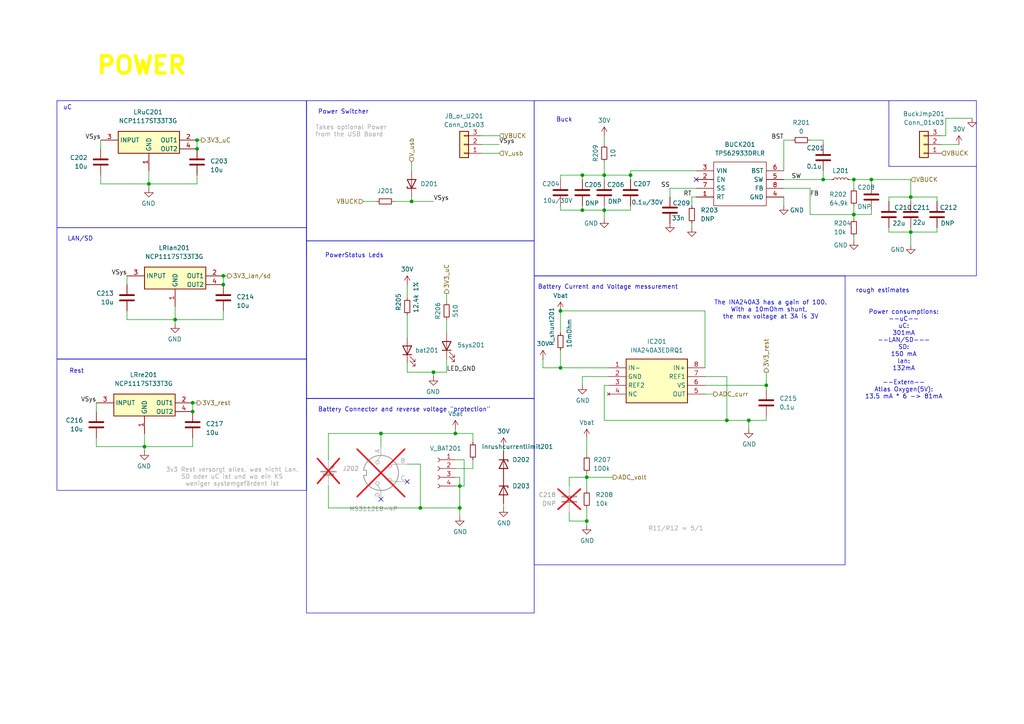
<source format=kicad_sch>
(kicad_sch (version 20231120) (generator "eeschema") (generator_version "8.0")
  (paper "A4")
  (lib_symbols
    (symbol "SamacSys_Parts:INA240A3EDRQ1"
      (property "Reference" "IC" (at 24.13 7.62 0))
      (property "Value" "INA240A3EDRQ1" (at 24.13 5.08 0))
      (symbol "INA240A3EDRQ1_1_1"
        (rectangle (start 5.08 2.54) (end 22.86 -10.16) (stroke (width 0.254)) (fill (type background)))
        (pin passive line (at 0 0 0) (length 5.08) (name "IN-") (number "1"))
        (pin passive line (at 0 -2.54 0) (length 5.08) (name "GND") (number "2"))
        (pin passive line (at 0 -5.08 0) (length 5.08) (name "REF2") (number "3"))
        (pin no_connect line (at 0 -7.62 0) (length 5.08) (name "NC") (number "4"))
        (pin passive line (at 27.94 -7.62 180) (length 5.08) (name "OUT") (number "5"))
        (pin passive line (at 27.94 -5.08 180) (length 5.08) (name "VS") (number "6"))
        (pin passive line (at 27.94 -2.54 180) (length 5.08) (name "REF1") (number "7"))
        (pin passive line (at 27.94 0 180) (length 5.08) (name "IN+") (number "8"))
      )
    )
    (symbol "SymbolsBalloonv4:+28V" (power) (pin_numbers hide) (pin_names (offset 0) hide)
      (property "Value" "+28V" (at 0 3.556 0))
      (symbol "+28V_0_1"
        (polyline (pts (xy -0.762 1.27) (xy 0 2.54)))
        (polyline (pts (xy 0 0) (xy 0 2.54)))
        (polyline (pts (xy 0 2.54) (xy 0.762 1.27)))
      )
      (symbol "+28V_1_1"
        (pin power_in line (at 0 0 90) (length 0) (name "~") (number "1"))
      )
    )
    (symbol "SymbolsBalloonv4:Battery_Cell" (pin_numbers hide) (pin_names (offset 0) hide)
      (property "Reference" "BT" (at 2.54 2.54 0))
      (property "Value" "Battery_Cell" (at 2.54 0 0))
      (symbol "Battery_Cell_0_1"
        (rectangle (start -2.286 1.778) (end 2.286 1.524) (fill (type outline)))
        (rectangle (start -1.524 1.016) (end 1.524 0.508) (fill (type outline)))
        (polyline (pts (xy 0 0.762) (xy 0 0)))
        (polyline (pts (xy 0 1.778) (xy 0 2.54)))
        (polyline (pts (xy 0.762 3.048) (xy 1.778 3.048)) (stroke (width 0.254)))
        (polyline (pts (xy 1.27 3.556) (xy 1.27 2.54)) (stroke (width 0.254)))
      )
      (symbol "Battery_Cell_1_1"
        (pin passive line (at 0 5.08 270) (length 2.54) (name "+") (number "1"))
        (pin passive line (at 0 -2.54 90) (length 2.54) (name "-") (number "2"))
      )
    )
    (symbol "SymbolsBalloonv4:C" (pin_numbers hide) (pin_names (offset 0.254))
      (property "Reference" "C" (at 0.635 2.54 0))
      (property "Value" "C" (at 0.635 -2.54 0))
      (symbol "C_0_1"
        (polyline (pts (xy -2.032 -0.762) (xy 2.032 -0.762)) (stroke (width 0.508)))
        (polyline (pts (xy -2.032 0.762) (xy 2.032 0.762)) (stroke (width 0.508)))
      )
      (symbol "C_1_1"
        (pin passive line (at 0 3.81 270) (length 2.794) (name "~") (number "1"))
        (pin passive line (at 0 -3.81 90) (length 2.794) (name "~") (number "2"))
      )
    )
    (symbol "SymbolsBalloonv4:Conn_01x03" (pin_names (offset 1.016) hide)
      (property "Reference" "J" (at 0 5.08 0))
      (property "Value" "Conn_01x03" (at 0 -5.08 0))
      (symbol "Conn_01x03_1_1"
        (rectangle (start -1.27 -2.413) (end 0 -2.667) (stroke (width 0.1524)))
        (rectangle (start -1.27 0.127) (end 0 -0.127) (stroke (width 0.1524)))
        (rectangle (start -1.27 2.667) (end 0 2.413) (stroke (width 0.1524)))
        (rectangle (start -1.27 3.81) (end 1.27 -3.81) (stroke (width 0.254)) (fill (type background)))
        (pin passive line (at -5.08 2.54 0) (length 3.81) (name "Pin_1") (number "1"))
        (pin passive line (at -5.08 0 0) (length 3.81) (name "Pin_2") (number "2"))
        (pin passive line (at -5.08 -2.54 0) (length 3.81) (name "Pin_3") (number "3"))
      )
    )
    (symbol "SymbolsBalloonv4:Conn_01x04_Socket" (pin_names (offset 1.016) hide)
      (property "Reference" "J" (at 0 5.08 0))
      (property "Value" "Conn_01x04_Socket" (at 0 -7.62 0))
      (symbol "Conn_01x04_Socket_1_1"
        (arc (start 0 -4.572) (mid -0.5058 -5.08) (end 0 -5.588) (stroke (width 0.1524)))
        (arc (start 0 -2.032) (mid -0.5058 -2.54) (end 0 -3.048) (stroke (width 0.1524)))
        (polyline (pts (xy -1.27 -5.08) (xy -0.508 -5.08)) (stroke (width 0.1524)))
        (polyline (pts (xy -1.27 -2.54) (xy -0.508 -2.54)) (stroke (width 0.1524)))
        (polyline (pts (xy -1.27 0) (xy -0.508 0)) (stroke (width 0.1524)))
        (polyline (pts (xy -1.27 2.54) (xy -0.508 2.54)) (stroke (width 0.1524)))
        (arc (start 0 0.508) (mid -0.5058 0) (end 0 -0.508) (stroke (width 0.1524)))
        (arc (start 0 3.048) (mid -0.5058 2.54) (end 0 2.032) (stroke (width 0.1524)))
        (pin passive line (at -5.08 2.54 0) (length 3.81) (name "Pin_1") (number "1"))
        (pin passive line (at -5.08 0 0) (length 3.81) (name "Pin_2") (number "2"))
        (pin passive line (at -5.08 -2.54 0) (length 3.81) (name "Pin_3") (number "3"))
        (pin passive line (at -5.08 -5.08 0) (length 3.81) (name "Pin_4") (number "4"))
      )
    )
    (symbol "SymbolsBalloonv4:DIN-4" (pin_names (offset 1.016))
      (property "Reference" "J0" (at -1.27 -6.35 90))
      (property "Value" "MS3112E8-4P " (at 10.414 5.842 90))
      (symbol "DIN-4_0_1"
        (arc (start -5.08 0) (mid -3.8609 -3.3364) (end -0.762 -5.08) (stroke (width 0.254)))
        (circle (center -3.048 -1.016) (radius 0.508))
        (circle (center -2.032 2.54) (radius 0.508))
        (polyline (pts (xy -3.556 -1.016) (xy -5.08 0)))
        (polyline (pts (xy 5.08 0) (xy 3.556 -1.016)))
        (polyline (pts (xy -2.54 5.08) (xy -2.54 4.318) (xy -2.286 3.048)))
        (polyline (pts (xy 2.54 5.08) (xy 2.54 4.318) (xy 2.286 3.048)))
        (polyline (pts (xy -0.762 -4.953) (xy -0.762 -4.191) (xy 0.762 -4.191) (xy 0.762 -4.953)) (stroke (width 0.254)))
        (arc (start 0.762 -5.08) (mid 3.8685 -3.343) (end 5.08 0) (stroke (width 0.254)))
        (circle (center 2.032 2.54) (radius 0.508))
        (circle (center 3.048 -1.016) (radius 0.508))
        (arc (start 5.08 0) (mid 0 5.0579) (end -5.08 0) (stroke (width 0.254)))
      )
      (symbol "DIN-4_1_1"
        (pin passive line (at -7.62 0 0) (length 2.54) (name "") (number "A"))
        (pin passive line (at -2.54 7.62 270) (length 2.54) (name "") (number "B"))
        (pin passive line (at 2.54 7.62 270) (length 2.54) (name "~") (number "C"))
        (pin passive line (at 7.62 0 180) (length 2.54) (name "~") (number "D"))
      )
    )
    (symbol "SymbolsBalloonv4:D_Zener" (pin_numbers hide) (pin_names (offset 1.016) hide)
      (property "Reference" "D" (at 0 2.54 0))
      (property "Value" "D_Zener" (at 0 -2.54 0))
      (symbol "D_Zener_0_1"
        (polyline (pts (xy 1.27 0) (xy -1.27 0)))
        (polyline (pts (xy -1.27 -1.27) (xy -1.27 1.27) (xy -0.762 1.27)) (stroke (width 0.254)))
        (polyline (pts (xy 1.27 -1.27) (xy 1.27 1.27) (xy -1.27 0) (xy 1.27 -1.27)) (stroke (width 0.254)))
      )
      (symbol "D_Zener_1_1"
        (pin passive line (at -3.81 0 0) (length 2.54) (name "K") (number "1"))
        (pin passive line (at 3.81 0 180) (length 2.54) (name "A") (number "2"))
      )
    )
    (symbol "SymbolsBalloonv4:GND" (power) (pin_numbers hide) (pin_names (offset 0) hide)
      (property "Value" "GND" (at 0 -3.81 0))
      (symbol "GND_0_1"
        (polyline (pts (xy 0 0) (xy 0 -1.27) (xy 1.27 -1.27) (xy 0 -2.54) (xy -1.27 -1.27) (xy 0 -1.27)))
      )
      (symbol "GND_1_1"
        (pin power_in line (at 0 0 270) (length 0) (name "~") (number "1"))
      )
    )
    (symbol "SymbolsBalloonv4:LED" (pin_numbers hide) (pin_names (offset 1.016) hide)
      (property "Reference" "D" (at 0 2.54 0))
      (property "Value" "LED" (at 0 -2.54 0))
      (symbol "LED_0_1"
        (polyline (pts (xy -1.27 -1.27) (xy -1.27 1.27)) (stroke (width 0.254)))
        (polyline (pts (xy -1.27 0) (xy 1.27 0)))
        (polyline (pts (xy 1.27 -1.27) (xy 1.27 1.27) (xy -1.27 0) (xy 1.27 -1.27)) (stroke (width 0.254)))
        (polyline (pts (xy -3.048 -0.762) (xy -4.572 -2.286) (xy -3.81 -2.286) (xy -4.572 -2.286) (xy -4.572 -1.524)))
        (polyline (pts (xy -1.778 -0.762) (xy -3.302 -2.286) (xy -2.54 -2.286) (xy -3.302 -2.286) (xy -3.302 -1.524)))
      )
      (symbol "LED_1_1"
        (pin passive line (at -3.81 0 0) (length 2.54) (name "K") (number "1"))
        (pin passive line (at 3.81 0 180) (length 2.54) (name "A") (number "2"))
      )
    )
    (symbol "SymbolsBalloonv4:L_Small" (pin_numbers hide) (pin_names (offset 0.254) hide)
      (property "Reference" "L" (at 0.762 1.016 0))
      (property "Value" "L_Small" (at 0.762 -1.016 0))
      (symbol "L_Small_0_1"
        (arc (start 0 -2.032) (mid 0.5058 -1.524) (end 0 -1.016))
        (arc (start 0 -1.016) (mid 0.5058 -0.508) (end 0 0))
        (arc (start 0 0) (mid 0.5058 0.508) (end 0 1.016))
        (arc (start 0 1.016) (mid 0.5058 1.524) (end 0 2.032))
      )
      (symbol "L_Small_1_1"
        (pin passive line (at 0 2.54 270) (length 0.508) (name "~") (number "1"))
        (pin passive line (at 0 -2.54 90) (length 0.508) (name "~") (number "2"))
      )
    )
    (symbol "SymbolsBalloonv4:NCP1117ST33T3G"
      (property "Reference" "IC12" (at 14.986 10.668 0))
      (property "Value" "NCP1117ST33T3G" (at 14.986 8.128 0))
      (symbol "NCP1117ST33T3G_1_1"
        (rectangle (start 6.35 5.08) (end 24.13 -1.27) (stroke (width 0.254)) (fill (type background)))
        (pin passive line (at 15.24 -6.35 90) (length 5.08) (name "GND") (number "1"))
        (pin passive line (at 29.21 2.54 180) (length 5.08) (name "OUT1") (number "2"))
        (pin passive line (at 1.27 2.54 0) (length 5.08) (name "INPUT") (number "3"))
        (pin passive line (at 29.21 0 180) (length 5.08) (name "OUT2") (number "4"))
      )
    )
    (symbol "SymbolsBalloonv4:R_Small" (pin_numbers hide) (pin_names (offset 0.254) hide)
      (property "Reference" "R" (at 0.762 0.508 0))
      (property "Value" "R_Small" (at 0.762 -1.016 0))
      (symbol "R_Small_0_1"
        (rectangle (start -0.762 1.778) (end 0.762 -1.778) (stroke (width 0.2032)))
      )
      (symbol "R_Small_1_1"
        (pin passive line (at 0 2.54 270) (length 0.762) (name "~") (number "1"))
        (pin passive line (at 0 -2.54 90) (length 0.762) (name "~") (number "2"))
      )
    )
    (symbol "SymbolsBalloonv4:TPS62933DRLR" (pin_names (offset 0.762))
      (property "Reference" "BUCK0" (at 12.7 7.62 0))
      (property "Value" "TPS62933DRLR" (at 12.7 5.08 0))
      (symbol "TPS62933DRLR_0_0"
        (pin passive line (at 0 -7.62 0) (length 5.08) (name "RT") (number "1"))
        (pin passive line (at 0 -2.54 0) (length 5.08) (name "EN") (number "2"))
        (pin passive line (at 0 0 0) (length 5.08) (name "VIN") (number "3"))
        (pin passive line (at 25.4 -7.62 180) (length 5.08) (name "GND") (number "4"))
        (pin passive line (at 25.4 -2.54 180) (length 5.08) (name "SW") (number "5"))
        (pin passive line (at 25.4 0 180) (length 5.08) (name "BST") (number "6"))
        (pin passive line (at 0 -5.08 0) (length 5.08) (name "SS") (number "7"))
        (pin passive line (at 25.4 -5.08 180) (length 5.08) (name "FB") (number "8"))
      )
      (symbol "TPS62933DRLR_0_1"
        (polyline (pts (xy 5.08 2.54) (xy 20.32 2.54) (xy 20.32 -10.16) (xy 5.08 -10.16) (xy 5.08 2.54)) (stroke (width 0.1524)))
      )
    )
  )
  (junction (at 110.49 125.73))
  (junction (at 64.77 82.55))
  (junction (at 64.77 80.01))
  (junction (at 238.76 52.07))
  (junction (at 119.38 58.42))
  (junction (at 247.65 62.23))
  (junction (at 57.15 40.64))
  (junction (at 162.56 90.17))
  (junction (at 168.91 60.96))
  (junction (at 217.17 121.92))
  (junction (at 50.8 92.71))
  (junction (at 125.73 107.95))
  (junction (at 55.88 116.84))
  (junction (at 252.73 52.07))
  (junction (at 170.18 138.43))
  (junction (at 264.16 57.15))
  (junction (at 170.18 151.13))
  (junction (at 41.91 129.54))
  (junction (at 168.91 50.8))
  (junction (at 133.35 140.97))
  (junction (at 133.35 147.32))
  (junction (at 175.26 60.96))
  (junction (at 182.88 50.8))
  (junction (at 162.56 106.68))
  (junction (at 264.16 67.31))
  (junction (at 55.88 119.38))
  (junction (at 247.65 52.07))
  (junction (at 222.25 111.76))
  (junction (at 57.15 43.18))
  (junction (at 43.18 53.34))
  (junction (at 121.92 147.32))
  (junction (at 175.26 50.8))
  (junction (at 132.08 125.73))
  (junction (at 210.82 121.92))
  (no_connect (at 201.93 52.07))
  (no_connect (at 110.49 144.78))
  (no_connect (at 118.11 139.7))
  (wire (pts (xy 210.82 121.92) (xy 217.17 121.92)))
  (wire (pts (xy 36.83 90.17) (xy 36.83 92.71)))
  (wire (pts (xy 121.92 147.32) (xy 95.25 147.32)))
  (wire (pts (xy 247.65 52.07) (xy 247.65 54.61)))
  (wire (pts (xy 50.8 92.71) (xy 50.8 88.9)))
  (wire (pts (xy 50.8 92.71) (xy 64.77 92.71)))
  (wire (pts (xy 118.11 91.44) (xy 118.11 97.79)))
  (wire (pts (xy 162.56 52.07) (xy 162.56 50.8)))
  (wire (pts (xy 200.66 64.77) (xy 200.66 66.04)))
  (wire (pts (xy 264.16 57.15) (xy 271.78 57.15)))
  (wire (pts (xy 170.18 127) (xy 170.18 132.08)))
  (wire (pts (xy 222.25 113.03) (xy 222.25 111.76)))
  (wire (pts (xy 247.65 62.23) (xy 247.65 63.5)))
  (wire (pts (xy 41.91 130.81) (xy 41.91 129.54)))
  (wire (pts (xy 170.18 147.32) (xy 170.18 151.13)))
  (wire (pts (xy 264.16 67.31) (xy 264.16 66.04)))
  (wire (pts (xy 175.26 60.96) (xy 175.26 63.5)))
  (wire (pts (xy 271.78 67.31) (xy 271.78 66.04)))
  (wire (pts (xy 121.92 147.32) (xy 133.35 147.32)))
  (wire (pts (xy 132.08 140.97) (xy 133.35 140.97)))
  (wire (pts (xy 118.11 107.95) (xy 125.73 107.95)))
  (wire (pts (xy 182.88 49.53) (xy 182.88 50.8)))
  (wire (pts (xy 129.54 87.63) (xy 129.54 85.09)))
  (wire (pts (xy 222.25 107.95) (xy 222.25 111.76)))
  (wire (pts (xy 139.7 39.37) (xy 144.78 39.37)))
  (wire (pts (xy 257.81 67.31) (xy 257.81 66.04)))
  (wire (pts (xy 165.1 151.13) (xy 165.1 148.59)))
  (wire (pts (xy 227.33 52.07) (xy 238.76 52.07)))
  (wire (pts (xy 227.33 49.53) (xy 227.33 40.64)))
  (wire (pts (xy 170.18 138.43) (xy 170.18 142.24)))
  (wire (pts (xy 274.32 39.37) (xy 273.05 39.37)))
  (wire (pts (xy 170.18 151.13) (xy 165.1 151.13)))
  (wire (pts (xy 119.38 57.15) (xy 119.38 58.42)))
  (wire (pts (xy 252.73 62.23) (xy 252.73 60.96)))
  (wire (pts (xy 207.01 114.3) (xy 204.47 114.3)))
  (wire (pts (xy 95.25 140.97) (xy 95.25 147.32)))
  (wire (pts (xy 125.73 107.95) (xy 125.73 109.22)))
  (wire (pts (xy 134.62 140.97) (xy 133.35 140.97)))
  (wire (pts (xy 257.81 67.31) (xy 264.16 67.31)))
  (wire (pts (xy 210.82 109.22) (xy 210.82 121.92)))
  (wire (pts (xy 247.65 52.07) (xy 252.73 52.07)))
  (wire (pts (xy 175.26 121.92) (xy 210.82 121.92)))
  (wire (pts (xy 134.62 133.35) (xy 134.62 140.97)))
  (wire (pts (xy 274.32 34.29) (xy 281.94 34.29)))
  (wire (pts (xy 257.81 57.15) (xy 257.81 58.42)))
  (wire (pts (xy 162.56 101.6) (xy 162.56 106.68)))
  (wire (pts (xy 238.76 40.64) (xy 238.76 41.91)))
  (wire (pts (xy 204.47 90.17) (xy 204.47 106.68)))
  (wire (pts (xy 133.35 149.86) (xy 133.35 147.32)))
  (wire (pts (xy 110.49 125.73) (xy 132.08 125.73)))
  (wire (pts (xy 118.11 134.62) (xy 121.92 134.62)))
  (wire (pts (xy 168.91 50.8) (xy 168.91 52.07)))
  (wire (pts (xy 238.76 52.07) (xy 238.76 49.53)))
  (wire (pts (xy 175.26 60.96) (xy 182.88 60.96)))
  (wire (pts (xy 168.91 59.69) (xy 168.91 60.96)))
  (wire (pts (xy 137.16 135.89) (xy 132.08 135.89)))
  (wire (pts (xy 146.05 130.81) (xy 146.05 129.54)))
  (wire (pts (xy 210.82 109.22) (xy 204.47 109.22)))
  (wire (pts (xy 95.25 125.73) (xy 110.49 125.73)))
  (wire (pts (xy 121.92 134.62) (xy 121.92 147.32)))
  (wire (pts (xy 241.3 52.07) (xy 238.76 52.07)))
  (wire (pts (xy 182.88 50.8) (xy 182.88 52.07)))
  (wire (pts (xy 175.26 111.76) (xy 175.26 121.92)))
  (wire (pts (xy 170.18 152.4) (xy 170.18 151.13)))
  (wire (pts (xy 50.8 93.98) (xy 50.8 92.71)))
  (wire (pts (xy 29.21 50.8) (xy 29.21 53.34)))
  (wire (pts (xy 264.16 52.07) (xy 264.16 57.15)))
  (wire (pts (xy 165.1 138.43) (xy 170.18 138.43)))
  (wire (pts (xy 119.38 46.99) (xy 119.38 49.53)))
  (wire (pts (xy 247.65 62.23) (xy 252.73 62.23)))
  (wire (pts (xy 247.65 59.69) (xy 247.65 62.23)))
  (wire (pts (xy 162.56 60.96) (xy 168.91 60.96)))
  (wire (pts (xy 133.35 138.43) (xy 132.08 138.43)))
  (wire (pts (xy 227.33 59.69) (xy 227.33 57.15)))
  (wire (pts (xy 162.56 50.8) (xy 168.91 50.8)))
  (wire (pts (xy 27.94 127) (xy 27.94 129.54)))
  (wire (pts (xy 227.33 54.61) (xy 234.95 54.61)))
  (wire (pts (xy 175.26 46.99) (xy 175.26 50.8)))
  (wire (pts (xy 105.41 58.42) (xy 109.22 58.42)))
  (wire (pts (xy 125.73 107.95) (xy 129.54 107.95)))
  (wire (pts (xy 133.35 138.43) (xy 133.35 140.97)))
  (wire (pts (xy 204.47 111.76) (xy 222.25 111.76)))
  (wire (pts (xy 162.56 90.17) (xy 162.56 96.52)))
  (wire (pts (xy 222.25 121.92) (xy 222.25 120.65)))
  (wire (pts (xy 57.15 40.64) (xy 57.15 43.18)))
  (wire (pts (xy 234.95 40.64) (xy 238.76 40.64)))
  (wire (pts (xy 162.56 106.68) (xy 176.53 106.68)))
  (polyline (pts (xy 257.81 29.21) (xy 257.81 48.26)))
  (wire (pts (xy 170.18 137.16) (xy 170.18 138.43)))
  (wire (pts (xy 29.21 53.34) (xy 43.18 53.34)))
  (wire (pts (xy 110.49 129.54) (xy 110.49 125.73)))
  (wire (pts (xy 274.32 34.29) (xy 274.32 39.37)))
  (wire (pts (xy 200.66 59.69) (xy 200.66 57.15)))
  (wire (pts (xy 64.77 92.71) (xy 64.77 90.17)))
  (wire (pts (xy 162.56 90.17) (xy 204.47 90.17)))
  (wire (pts (xy 36.83 92.71) (xy 50.8 92.71)))
  (wire (pts (xy 271.78 58.42) (xy 271.78 57.15)))
  (wire (pts (xy 64.77 80.01) (xy 66.04 80.01)))
  (wire (pts (xy 95.25 133.35) (xy 95.25 125.73)))
  (wire (pts (xy 252.73 53.34) (xy 252.73 52.07)))
  (wire (pts (xy 64.77 80.01) (xy 64.77 82.55)))
  (wire (pts (xy 170.18 138.43) (xy 177.8 138.43)))
  (wire (pts (xy 55.88 129.54) (xy 55.88 127)))
  (polyline (pts (xy 257.81 48.26) (xy 283.21 48.26)))
  (wire (pts (xy 246.38 52.07) (xy 247.65 52.07)))
  (wire (pts (xy 168.91 50.8) (xy 175.26 50.8)))
  (wire (pts (xy 273.05 41.91) (xy 278.13 41.91)))
  (wire (pts (xy 118.11 82.55) (xy 118.11 86.36)))
  (wire (pts (xy 234.95 62.23) (xy 247.65 62.23)))
  (wire (pts (xy 139.7 41.91) (xy 144.78 41.91)))
  (wire (pts (xy 43.18 53.34) (xy 57.15 53.34)))
  (wire (pts (xy 168.91 109.22) (xy 168.91 111.76)))
  (wire (pts (xy 217.17 121.92) (xy 222.25 121.92)))
  (wire (pts (xy 200.66 57.15) (xy 201.93 57.15)))
  (wire (pts (xy 129.54 104.14) (xy 129.54 107.95)))
  (wire (pts (xy 55.88 116.84) (xy 55.88 119.38)))
  (wire (pts (xy 182.88 60.96) (xy 182.88 59.69)))
  (wire (pts (xy 175.26 111.76) (xy 176.53 111.76)))
  (wire (pts (xy 27.94 129.54) (xy 41.91 129.54)))
  (wire (pts (xy 41.91 129.54) (xy 55.88 129.54)))
  (wire (pts (xy 165.1 140.97) (xy 165.1 138.43)))
  (wire (pts (xy 43.18 53.34) (xy 43.18 49.53)))
  (wire (pts (xy 132.08 125.73) (xy 132.08 124.46)))
  (wire (pts (xy 264.16 57.15) (xy 264.16 58.42)))
  (wire (pts (xy 264.16 67.31) (xy 264.16 71.12)))
  (wire (pts (xy 264.16 57.15) (xy 257.81 57.15)))
  (wire (pts (xy 132.08 125.73) (xy 137.16 125.73)))
  (wire (pts (xy 252.73 52.07) (xy 264.16 52.07)))
  (wire (pts (xy 41.91 129.54) (xy 41.91 125.73)))
  (wire (pts (xy 217.17 124.46) (xy 217.17 121.92)))
  (wire (pts (xy 137.16 125.73) (xy 137.16 128.27)))
  (wire (pts (xy 168.91 60.96) (xy 175.26 60.96)))
  (wire (pts (xy 175.26 39.37) (xy 175.26 41.91)))
  (wire (pts (xy 175.26 60.96) (xy 175.26 59.69)))
  (wire (pts (xy 264.16 67.31) (xy 271.78 67.31)))
  (wire (pts (xy 234.95 54.61) (xy 234.95 62.23)))
  (wire (pts (xy 43.18 54.61) (xy 43.18 53.34)))
  (wire (pts (xy 157.48 106.68) (xy 162.56 106.68)))
  (wire (pts (xy 157.48 106.68) (xy 157.48 104.14)))
  (wire (pts (xy 129.54 92.71) (xy 129.54 96.52)))
  (wire (pts (xy 137.16 133.35) (xy 137.16 135.89)))
  (wire (pts (xy 55.88 116.84) (xy 57.15 116.84)))
  (wire (pts (xy 132.08 133.35) (xy 134.62 133.35)))
  (wire (pts (xy 27.94 116.84) (xy 27.94 119.38)))
  (wire (pts (xy 114.3 58.42) (xy 119.38 58.42)))
  (wire (pts (xy 227.33 40.64) (xy 229.87 40.64)))
  (wire (pts (xy 175.26 52.07) (xy 175.26 50.8)))
  (wire (pts (xy 247.65 68.58) (xy 247.65 69.85)))
  (wire (pts (xy 194.31 57.15) (xy 194.31 54.61)))
  (wire (pts (xy 133.35 140.97) (xy 133.35 147.32)))
  (wire (pts (xy 194.31 54.61) (xy 201.93 54.61)))
  (wire (pts (xy 36.83 80.01) (xy 36.83 82.55)))
  (wire (pts (xy 118.11 105.41) (xy 118.11 107.95)))
  (wire (pts (xy 146.05 146.05) (xy 146.05 147.32)))
  (wire (pts (xy 144.78 44.45) (xy 139.7 44.45)))
  (wire (pts (xy 57.15 53.34) (xy 57.15 50.8)))
  (wire (pts (xy 162.56 60.96) (xy 162.56 59.69)))
  (wire (pts (xy 29.21 40.64) (xy 29.21 43.18)))
  (wire (pts (xy 182.88 49.53) (xy 201.93 49.53)))
  (wire (pts (xy 57.15 40.64) (xy 58.42 40.64)))
  (wire (pts (xy 175.26 50.8) (xy 182.88 50.8)))
  (wire (pts (xy 176.53 109.22) (xy 168.91 109.22)))
  (wire (pts (xy 119.38 58.42) (xy 125.73 58.42)))
  (rectangle (start 16.51 29.21) (end 88.9 66.04))
  (rectangle (start 88.9 29.21) (end 154.94 69.85))
  (rectangle (start 88.9 69.85) (end 154.94 115.57))
  (rectangle (start 88.9 115.57) (end 154.94 177.8))
  (rectangle (start 16.51 66.04) (end 88.9 104.14))
  (rectangle (start 154.94 80.01) (end 245.11 163.83))
  (rectangle (start 16.51 104.14) (end 88.9 142.24))
  (rectangle (start 154.94 29.21) (end 283.21 80.01))
  (text "Power consumptions:\n--uC--\nuC:\n301mA\n--LAN/SD---\nSD:\n150 mA\nlan:\n132mA\n\n--Extern--\nAtlas Oxygen(5V):\n13.5 mA * 6 -> 81mA" (exclude_from_sim yes) (at 262.128 102.87 0) (effects (font (size 1.27 1.27))))
  (text "The INA240A3 has a gain of 100.\nWith a 10mOhm shunt, \nthe max voltage at 3A is 3V" (exclude_from_sim yes) (at 223.52 89.916 0) (effects (font (size 1.27 1.27))))
  (text "Rest" (at 20.066 108.458 0) (effects (font (size 1.27 1.27)) (justify left bottom)))
  (text "PowerStatus Leds" (at 94.234 74.93 0) (effects (font (size 1.27 1.27)) (justify left bottom)))
  (text "Power Switcher" (at 92.202 33.274 0) (effects (font (size 1.27 1.27)) (justify left bottom)))
  (text "LAN/SD" (at 19.558 70.104 0) (effects (font (size 1.27 1.27)) (justify left bottom)))
  (text "POWER\n" (at 27.686 22.098 0) (effects (font (size 5 5) (thickness 1) (bold yes)) (justify left bottom)))
  (text "uC" (at 18.288 32.004 0) (effects (font (size 1.27 1.27)) (justify left bottom)))
  (text "Battery Connector and reverse voltage \"protection\"" (at 92.202 119.634 0) (effects (font (size 1.27 1.27)) (justify left bottom)))
  (text "rough estimates" (at 248.158 85.09 0) (effects (font (size 1.27 1.27)) (justify left bottom)))
  (text "Takes optional Power \nfrom the USB Board" (at 91.44 39.878 0) (effects (font (size 1.27 1.27)) (justify left bottom)))
  (text "Buck" (at 161.29 35.56 0) (effects (font (size 1.27 1.27)) (justify left bottom)))
  (text "Battery Current and Voltage messurement" (at 155.956 84.074 0) (effects (font (size 1.27 1.27)) (justify left bottom)))
  (text "3v3 Rest versorgt alles, was nicht Lan,\nSD oder uC ist und wo ein KS\nweniger systemgefärdent ist" (at 67.31 138.43 0) (effects (font (size 1.27 1.27))))
  (text "R11/R12 = 5/1" (at 187.96 154.178 0) (effects (font (size 1.27 1.27)) (justify left bottom)))
  (label "VSys" (at 36.83 80.01 180))
  (label "SW" (at 232.41 52.07 180))
  (label "RT" (at 200.66 57.15 180))
  (label "VSys" (at 27.94 116.84 180))
  (label "SS" (at 194.31 54.61 180))
  (label "VSys" (at 125.73 58.42 0))
  (label "FB" (at 234.95 57.15 0))
  (label "LED_GND" (at 129.54 107.95 0))
  (label "BST" (at 227.33 40.64 180))
  (label "VSys" (at 29.21 40.64 180))
  (label "VSys" (at 144.78 41.91 0))
  (hierarchical_label "ADC_curr" (shape output) (at 207.01 114.3 0))
  (hierarchical_label "3V3_rest" (shape output) (at 57.15 116.84 0))
  (hierarchical_label "VBUCK" (shape input) (at 105.41 58.42 180))
  (hierarchical_label "VBUCK" (shape input) (at 264.16 52.07 0))
  (hierarchical_label "VBUCK" (shape input) (at 144.78 39.37 0))
  (hierarchical_label "ADC_volt" (shape output) (at 177.8 138.43 0))
  (hierarchical_label "VBUCK" (shape input) (at 273.05 44.45 0))
  (hierarchical_label "V_usb" (shape input) (at 119.38 46.99 90))
  (hierarchical_label "3V3_rest" (shape output) (at 222.25 107.95 90))
  (hierarchical_label "3V3_lan{slash}sd" (shape output) (at 66.04 80.01 0))
  (hierarchical_label "3V3_uC" (shape output) (at 129.54 85.09 90))
  (hierarchical_label "3V3_uC" (shape output) (at 58.42 40.64 0))
  (hierarchical_label "V_usb" (shape input) (at 144.78 44.45 0))
  (symbol (lib_id "SymbolsBalloonv4:C") (at 168.91 55.88 180) (unit 1)
    (property "Reference" "C205" (at 169.418 53.594 0) (effects (justify right)))
    (property "Value" "DNP" (at 169.672 58.928 0) (effects (justify right)))
    (property "Footprint" "Capacitor_SMD:C_0805_2012Metric_Pad1.18x1.45mm_HandSolder" (effects (hide yes)))
    (property "Description" "Unpolarized capacitor" (effects (hide yes)))
  )
  (symbol (lib_id "SymbolsBalloonv4:+28V") (at 132.08 124.46 0) (unit 1)
    (property "Reference" "#PWR0217" (effects (hide yes)))
    (property "Value" "Vbat" (at 132.08 120.015 0))
    (property "Description" "Power symbol creates a global label with name \"+28V\"" (effects (hide yes)))
  )
  (symbol (lib_id "SymbolsBalloonv4:+28V") (at 146.05 129.54 0) (unit 1)
    (property "Reference" "#PWR0220" (effects (hide yes)))
    (property "Value" "30V" (at 146.05 125.095 0))
    (property "Description" "Power symbol creates a global label with name \"+28V\"" (effects (hide yes)))
  )
  (symbol (lib_id "SymbolsBalloonv4:TPS62933DRLR") (at 201.93 49.53 0) (unit 1)
    (property "Reference" "BUCK201" (at 214.63 41.91 0))
    (property "Value" "TPS62933DRLR" (at 214.63 44.45 0))
    (property "Footprint" "SamacSys_Parts:SOTFL50P160X60-8N" (effects (hide yes)))
    (property "Datasheet" "https://www.ti.com/lit/ds/symlink/tps62933.pdf?ts=1626073394234" (effects (hide yes)))
    (property "Description" "The TPS62933 is a high-efficiency, easy-to-use synchronous buck converter with a wide input voltage range of 3.8 V to 30 V" (effects (hide yes)))
    (property "Height" "0.6" (effects (hide yes)))
    (property "Mouser Part Number" "595-TPS62933DRLR" (effects (hide yes)))
    (property "Mouser Price/Stock" "https://www.mouser.co.uk/ProductDetail/Texas-Instruments/TPS62933DRLR?qs=Rp5uXu7WBW9fv47wfQVntQ%3D%3D" (effects (hide yes)))
    (property "Manufacturer_Name" "Texas Instruments" (effects (hide yes)))
    (property "Manufacturer_Part_Number" "TPS62933DRLR" (effects (hide yes)))
  )
  (symbol (lib_id "SymbolsBalloonv4:R_Small") (at 232.41 40.64 90) (unit 1)
    (property "Reference" "R201" (at 232.41 35.56 90))
    (property "Value" "0" (at 232.41 38.1 90))
    (property "Footprint" "Resistor_SMD:R_0603_1608Metric_Pad0.98x0.95mm_HandSolder" (effects (hide yes)))
    (property "Description" "Resistor, small symbol" (effects (hide yes)))
  )
  (symbol (lib_id "SymbolsBalloonv4:+28V") (at 157.48 104.14 0) (unit 1)
    (property "Reference" "#PWR0214" (effects (hide yes)))
    (property "Value" "30V" (at 157.48 99.695 0))
    (property "Description" "Power symbol creates a global label with name \"+28V\"" (effects (hide yes)))
  )
  (symbol (lib_id "SymbolsBalloonv4:GND") (at 200.66 66.04 0) (unit 1)
    (property "Reference" "#PWR0208" (effects (hide yes)))
    (property "Value" "GND" (effects (hide yes)))
    (property "Description" "Power symbol creates a global label with name \"GND\" , ground" (effects (hide yes)))
  )
  (symbol (lib_id "SymbolsBalloonv4:C") (at 29.21 46.99 0) (mirror x) (unit 1)
    (property "Reference" "C202" (at 25.4 45.7199 0) (effects (justify right)))
    (property "Value" "10u" (at 25.4 48.2599 0) (effects (justify right)))
    (property "Footprint" "Capacitor_SMD:C_0805_2012Metric_Pad1.18x1.45mm_HandSolder" (effects (hide yes)))
    (property "Description" "Unpolarized capacitor" (effects (hide yes)))
  )
  (symbol (lib_id "SymbolsBalloonv4:GND") (at 227.33 59.69 0) (mirror y) (unit 1)
    (property "Reference" "#PWR0205" (effects (hide yes)))
    (property "Value" "GND" (at 231.14 60.96 0))
    (property "Description" "Power symbol creates a global label with name \"GND\" , ground" (effects (hide yes)))
  )
  (symbol (lib_id "SymbolsBalloonv4:C") (at 264.16 62.23 180) (unit 1)
    (property "Reference" "C211" (at 264.668 60.198 0) (effects (justify right)))
    (property "Value" "22u" (at 264.668 64.516 0) (effects (justify right)))
    (property "Footprint" "Capacitor_SMD:C_0805_2012Metric_Pad1.18x1.45mm_HandSolder" (effects (hide yes)))
    (property "Description" "Unpolarized capacitor" (effects (hide yes)))
  )
  (symbol (lib_id "SymbolsBalloonv4:Conn_01x03") (at 134.62 41.91 180) (unit 1)
    (property "Reference" "JB_or_U201" (at 134.62 33.655 0))
    (property "Value" "Conn_01x03" (at 134.62 36.195 0))
    (property "Footprint" "Connector_PinHeader_2.54mm:PinHeader_1x03_P2.54mm_Vertical" (effects (hide yes)))
    (property "Description" "Generic connector, single row, 01x03, script generated (kicad-library-utils/schlib/autogen/connector/)" (effects (hide yes)))
  )
  (symbol (lib_id "SymbolsBalloonv4:Conn_01x03") (at 267.97 41.91 180) (unit 1)
    (property "Reference" "BuckJmp201" (at 267.97 33.02 0))
    (property "Value" "Conn_01x03" (at 267.97 35.56 0))
    (property "Footprint" "Connector_PinHeader_2.54mm:PinHeader_1x03_P2.54mm_Vertical" (effects (hide yes)))
    (property "Description" "Generic connector, single row, 01x03, script generated (kicad-library-utils/schlib/autogen/connector/)" (effects (hide yes)))
  )
  (symbol (lib_id "SymbolsBalloonv4:GND") (at 50.8 93.98 0) (mirror y) (unit 1)
    (property "Reference" "#PWR0213" (effects (hide yes)))
    (property "Value" "GND" (at 50.673 98.3742 0))
    (property "Description" "Power symbol creates a global label with name \"GND\" , ground" (effects (hide yes)))
  )
  (symbol (lib_id "SymbolsBalloonv4:R_Small") (at 111.76 58.42 270) (unit 1)
    (property "Reference" "J201" (at 111.76 55.372 90))
    (property "Value" "0" (effects (hide yes)))
    (property "Footprint" "Resistor_SMD:R_0603_1608Metric_Pad0.98x0.95mm_HandSolder" (effects (hide yes)))
    (property "Description" "Resistor, small symbol" (effects (hide yes)))
  )
  (symbol (lib_id "SymbolsBalloonv4:GND") (at 168.91 111.76 0) (unit 1)
    (property "Reference" "#PWR0216" (effects (hide yes)))
    (property "Value" "GND" (at 169.037 116.1542 0))
    (property "Description" "Power symbol creates a global label with name \"GND\" , ground" (effects (hide yes)))
  )
  (symbol (lib_id "SymbolsBalloonv4:R_Small") (at 118.11 88.9 180) (unit 1)
    (property "Reference" "R205" (at 115.57 90.17 90) (effects (justify right)))
    (property "Value" "12.4k 1%" (at 120.65 90.805 90) (effects (justify right)))
    (property "Footprint" "Resistor_SMD:R_0603_1608Metric_Pad0.98x0.95mm_HandSolder" (effects (hide yes)))
    (property "Description" "Resistor, small symbol" (effects (hide yes)))
  )
  (symbol (lib_id "SymbolsBalloonv4:R_Small") (at 170.18 134.62 0) (unit 1)
    (property "Reference" "R207" (at 172.085 133.35 0) (effects (justify left)))
    (property "Value" "100k" (at 172.085 135.89 0) (effects (justify left)))
    (property "Footprint" "Resistor_SMD:R_0603_1608Metric_Pad0.98x0.95mm_HandSolder" (effects (hide yes)))
    (property "Description" "Resistor, small symbol" (effects (hide yes)))
  )
  (symbol (lib_id "SymbolsBalloonv4:C") (at 162.56 55.88 180) (unit 1)
    (property "Reference" "C204" (at 157.226 53.34 0) (effects (justify right)))
    (property "Value" "10u/30V" (at 157.48 58.1661 0) (effects (justify right)))
    (property "Footprint" "Capacitor_SMD:C_0805_2012Metric_Pad1.18x1.45mm_HandSolder" (effects (hide yes)))
    (property "Description" "Unpolarized capacitor" (effects (hide yes)))
  )
  (symbol (lib_id "SymbolsBalloonv4:L_Small") (at 243.84 52.07 90) (unit 1)
    (property "Reference" "L201" (at 243.84 49.53 90))
    (property "Value" "74439346068" (effects (hide yes)))
    (property "Footprint" "SamacSys_Parts:74439346068" (effects (hide yes)))
    (property "Description" "Inductor, small symbol" (effects (hide yes)))
    (property "Height" "6.1" (effects (hide yes)))
    (property "Mouser Part Number" "710-74439346068" (effects (hide yes)))
    (property "Mouser Price/Stock" "https://www.mouser.co.uk/ProductDetail/Wurth-Elektronik/74439346068?qs=NSAOzM2zc%2FVj5BeHYKNgfQ%3D%3D" (effects (hide yes)))
    (property "Manufacturer_Name" "Wurth Elektronik" (effects (hide yes)))
    (property "Manufacturer_Part_Number" "74439346068" (effects (hide yes)))
  )
  (symbol (lib_id "SymbolsBalloonv4:C") (at 57.15 46.99 180) (unit 1)
    (property "Reference" "C203" (at 60.96 46.736 0) (effects (justify right)))
    (property "Value" "10u" (at 60.96 49.276 0) (effects (justify right)))
    (property "Footprint" "Capacitor_SMD:C_0805_2012Metric_Pad1.18x1.45mm_HandSolder" (effects (hide yes)))
    (property "Description" "Unpolarized capacitor" (effects (hide yes)))
  )
  (symbol (lib_id "SymbolsBalloonv4:GND") (at 264.16 71.12 0) (unit 1)
    (property "Reference" "#PWR0210" (effects (hide yes)))
    (property "Value" "GND" (at 260.35 72.39 0))
    (property "Description" "Power symbol creates a global label with name \"GND\" , ground" (effects (hide yes)))
  )
  (symbol (lib_id "SymbolsBalloonv4:C") (at 238.76 45.72 180) (unit 1)
    (property "Reference" "C201" (at 233.934 42.926 0) (effects (justify right)))
    (property "Value" "0.1u" (at 233.934 48.26 0) (effects (justify right)))
    (property "Footprint" "Capacitor_SMD:C_0402_1005Metric_Pad0.74x0.62mm_HandSolder" (effects (hide yes)))
    (property "Description" "Unpolarized capacitor" (effects (hide yes)))
  )
  (symbol (lib_id "SymbolsBalloonv4:R_Small") (at 175.26 44.45 180) (unit 1)
    (property "Reference" "R209" (at 172.72 44.45 90))
    (property "Value" "10" (at 177.8 44.45 90))
    (property "Footprint" "Resistor_SMD:R_0603_1608Metric_Pad0.98x0.95mm_HandSolder" (effects (hide yes)))
    (property "Description" "Resistor, small symbol" (effects (hide yes)))
  )
  (symbol (lib_id "SymbolsBalloonv4:C") (at 252.73 57.15 0) (mirror y) (unit 1) (in_bom no)
    (property "Reference" "C208" (at 248.666 54.356 0) (effects (justify right)))
    (property "Value" "DNP" (at 248.666 59.944 0) (effects (justify right)))
    (property "Footprint" "Capacitor_SMD:C_0402_1005Metric_Pad0.74x0.62mm_HandSolder" (effects (hide yes)))
    (property "Description" "Unpolarized capacitor" (effects (hide yes)))
  )
  (symbol (lib_id "SymbolsBalloonv4:LED") (at 118.11 101.6 90) (unit 1)
    (property "Reference" "bat201" (at 123.825 101.6 90))
    (property "Value" "APTD2012LSURCK" (effects (hide yes)))
    (property "Footprint" "SamacSys_Parts:LEDM2012X120N" (effects (hide yes)))
    (property "Description" "Light emitting diode" (effects (hide yes)))
    (property "Height" "1.2" (effects (hide yes)))
    (property "Mouser Part Number" "604-APTD2012LSURCK" (effects (hide yes)))
    (property "Mouser Price/Stock" "https://www.mouser.co.uk/ProductDetail/Kingbright/APTD2012LSURCK?qs=AQlKX63v8RvkMadNvwbkxw%3D%3D" (effects (hide yes)))
    (property "Manufacturer_Name" "Kingbright" (effects (hide yes)))
    (property "Manufacturer_Part_Number" "APTD2012LSURCK" (effects (hide yes)))
  )
  (symbol (lib_id "SymbolsBalloonv4:D_Zener") (at 119.38 53.34 90) (unit 1)
    (property "Reference" "D201" (at 121.92 53.3399 90) (effects (justify right)))
    (property "Value" "RBR2LB60BTBR1" (effects (hide yes)))
    (property "Footprint" "SamacSys_Parts:DIOM5336X245N" (effects (hide yes)))
    (property "Description" "Zener diode" (effects (hide yes)))
    (property "Height" "2.45" (effects (hide yes)))
    (property "Mouser Part Number" "755-RBR2LB60BTBR1" (effects (hide yes)))
    (property "Mouser Price/Stock" "https://www.mouser.co.uk/ProductDetail/ROHM-Semiconductor/RBR2LB60BTBR1?qs=amGC7iS6iy9Lm0eQxx5KdA%3D%3D" (effects (hide yes)))
    (property "Manufacturer_Name" "ROHM Semiconductor" (effects (hide yes)))
    (property "Manufacturer_Part_Number" "RBR2LB60BTBR1" (effects (hide yes)))
  )
  (symbol (lib_id "SymbolsBalloonv4:C") (at 55.88 123.19 180) (unit 1)
    (property "Reference" "C217" (at 59.69 122.936 0) (effects (justify right)))
    (property "Value" "10u" (at 59.69 125.476 0) (effects (justify right)))
    (property "Footprint" "Capacitor_SMD:C_0805_2012Metric_Pad1.18x1.45mm_HandSolder" (effects (hide yes)))
    (property "Description" "Unpolarized capacitor" (effects (hide yes)))
  )
  (symbol (lib_id "SymbolsBalloonv4:GND") (at 247.65 69.85 0) (unit 1)
    (property "Reference" "#PWR0209" (effects (hide yes)))
    (property "Value" "GND" (at 243.84 71.12 0))
    (property "Description" "Power symbol creates a global label with name \"GND\" , ground" (effects (hide yes)))
  )
  (symbol (lib_id "SymbolsBalloonv4:GND") (at 175.26 63.5 0) (unit 1)
    (property "Reference" "#PWR0206" (effects (hide yes)))
    (property "Value" "GND" (at 171.45 64.77 0))
    (property "Description" "Power symbol creates a global label with name \"GND\" , ground" (effects (hide yes)))
  )
  (symbol (lib_id "SymbolsBalloonv4:Conn_01x04_Socket") (at 127 135.89 0) (mirror y) (unit 1)
    (property "Reference" "V_BAT201" (at 133.858 130.048 0) (effects (justify left)))
    (property "Value" "502352-0200" (effects (hide yes)))
    (property "Footprint" "SamacSys_Parts:5023520200" (effects (hide yes)))
    (property "Description" "Generic connector, single row, 01x04, script generated" (effects (hide yes)))
    (property "Mouser Part Number" "538-502352-0200" (effects (hide yes)))
    (property "Mouser Price/Stock" "https://www.mouser.co.uk/ProductDetail/Molex/502352-0200?qs=cPOO8qjhL6OPJnOOkJoW%252Bw%3D%3D" (effects (hide yes)))
    (property "Manufacturer_Name" "Molex" (effects (hide yes)))
    (property "Manufacturer_Part_Number" "502352-0200" (effects (hide yes)))
  )
  (symbol (lib_id "SymbolsBalloonv4:C") (at 222.25 116.84 180) (unit 1)
    (property "Reference" "C215" (at 226.06 115.5699 0) (effects (justify right)))
    (property "Value" "0.1u" (at 226.06 118.1099 0) (effects (justify right)))
    (property "Footprint" "Capacitor_SMD:C_0402_1005Metric_Pad0.74x0.62mm_HandSolder" (effects (hide yes)))
    (property "Description" "Unpolarized capacitor" (effects (hide yes)))
  )
  (symbol (lib_id "SymbolsBalloonv4:D_Zener") (at 146.05 142.24 270) (unit 1)
    (property "Reference" "D203" (at 148.59 140.9699 90) (effects (justify left)))
    (property "Value" "RBR2LB60BTBR1" (effects (hide yes)))
    (property "Footprint" "SamacSys_Parts:DIOM5336X245N" (effects (hide yes)))
    (property "Description" "Zener diode" (effects (hide yes)))
    (property "Height" "2.45" (effects (hide yes)))
    (property "Mouser Part Number" "755-RBR2LB60BTBR1" (effects (hide yes)))
    (property "Mouser Price/Stock" "https://www.mouser.co.uk/ProductDetail/ROHM-Semiconductor/RBR2LB60BTBR1?qs=amGC7iS6iy9Lm0eQxx5KdA%3D%3D" (effects (hide yes)))
    (property "Manufacturer_Name" "ROHM Semiconductor" (effects (hide yes)))
    (property "Manufacturer_Part_Number" "RBR2LB60BTBR1" (effects (hide yes)))
  )
  (symbol (lib_id "SymbolsBalloonv4:NCP1117ST33T3G") (at 35.56 82.55 0) (unit 1)
    (property "Reference" "LRlan201" (at 50.546 71.882 0))
    (property "Value" "NCP1117ST33T3G" (at 50.546 74.422 0))
    (property "Footprint" "SamacSys_Parts:SOT230P700X180-4N" (effects (hide yes)))
    (property "Datasheet" "http://www.onsemi.com/pub/Collateral/NCP1117-D.PDF" (effects (hide yes)))
    (property "Description" "ON SEMICONDUCTOR - NCP1117ST33T3G - IC, LINEAR VOLTAGE REGULATOR" (effects (hide yes)))
    (property "Height" "1.8" (effects (hide yes)))
    (property "Mouser Part Number" "863-NCP1117ST33T3G" (effects (hide yes)))
    (property "Mouser Price/Stock" "https://www.mouser.co.uk/ProductDetail/onsemi/NCP1117ST33T3G?qs=Gev%252BmEvV0iZb%2FE8ahUDx3w%3D%3D" (effects (hide yes)))
    (property "Manufacturer_Name" "onsemi" (effects (hide yes)))
    (property "Manufacturer_Part_Number" "NCP1117ST33T3G" (effects (hide yes)))
  )
  (symbol (lib_id "SymbolsBalloonv4:GND") (at 146.05 147.32 0) (unit 1)
    (property "Reference" "#PWR0222" (effects (hide yes)))
    (property "Value" "GND" (at 146.177 151.7142 0))
    (property "Description" "Power symbol creates a global label with name \"GND\" , ground" (effects (hide yes)))
  )
  (symbol (lib_id "SymbolsBalloonv4:D_Zener") (at 146.05 134.62 270) (unit 1)
    (property "Reference" "D202" (at 148.59 133.3499 90) (effects (justify left)))
    (property "Value" "RBR2LB60BTBR1" (effects (hide yes)))
    (property "Footprint" "SamacSys_Parts:DIOM5336X245N" (effects (hide yes)))
    (property "Description" "Zener diode" (effects (hide yes)))
    (property "Height" "2.45" (effects (hide yes)))
    (property "Mouser Part Number" "755-RBR2LB60BTBR1" (effects (hide yes)))
    (property "Mouser Price/Stock" "https://www.mouser.co.uk/ProductDetail/ROHM-Semiconductor/RBR2LB60BTBR1?qs=amGC7iS6iy9Lm0eQxx5KdA%3D%3D" (effects (hide yes)))
    (property "Manufacturer_Name" "ROHM Semiconductor" (effects (hide yes)))
    (property "Manufacturer_Part_Number" "RBR2LB60BTBR1" (effects (hide yes)))
  )
  (symbol (lib_id "SymbolsBalloonv4:GND") (at 125.73 109.22 0) (mirror y) (unit 1)
    (property "Reference" "#PWR0215" (effects (hide yes)))
    (property "Value" "GND" (at 125.603 113.6142 0))
    (property "Description" "Power symbol creates a global label with name \"GND\" , ground" (effects (hide yes)))
  )
  (symbol (lib_id "SymbolsBalloonv4:C") (at 64.77 86.36 180) (unit 1)
    (property "Reference" "C214" (at 68.58 86.106 0) (effects (justify right)))
    (property "Value" "10u" (at 68.58 88.646 0) (effects (justify right)))
    (property "Footprint" "Capacitor_SMD:C_0805_2012Metric_Pad1.18x1.45mm_HandSolder" (effects (hide yes)))
    (property "Description" "Unpolarized capacitor" (effects (hide yes)))
  )
  (symbol (lib_id "SymbolsBalloonv4:C") (at 175.26 55.88 180) (unit 1)
    (property "Reference" "C206" (at 176.022 53.594 0) (effects (justify right)))
    (property "Value" "DNP" (at 176.276 58.4201 0) (effects (justify right)))
    (property "Footprint" "Capacitor_SMD:C_0805_2012Metric_Pad1.18x1.45mm_HandSolder" (effects (hide yes)))
    (property "Description" "Unpolarized capacitor" (effects (hide yes)))
  )
  (symbol (lib_id "SymbolsBalloonv4:GND") (at 194.31 64.77 0) (unit 1)
    (property "Reference" "#PWR0207" (effects (hide yes)))
    (property "Value" "GND" (effects (hide yes)))
    (property "Description" "Power symbol creates a global label with name \"GND\" , ground" (effects (hide yes)))
  )
  (symbol (lib_id "SymbolsBalloonv4:C") (at 36.83 86.36 0) (mirror x) (unit 1)
    (property "Reference" "C213" (at 33.02 85.0899 0) (effects (justify right)))
    (property "Value" "10u" (at 33.02 87.6299 0) (effects (justify right)))
    (property "Footprint" "Capacitor_SMD:C_0805_2012Metric_Pad1.18x1.45mm_HandSolder" (effects (hide yes)))
    (property "Description" "Unpolarized capacitor" (effects (hide yes)))
  )
  (symbol (lib_id "SymbolsBalloonv4:GND") (at 170.18 152.4 0) (unit 1)
    (property "Reference" "#PWR0224" (effects (hide yes)))
    (property "Value" "GND" (at 170.307 156.7942 0))
    (property "Description" "Power symbol creates a global label with name \"GND\" , ground" (effects (hide yes)))
  )
  (symbol (lib_id "SymbolsBalloonv4:R_Small") (at 170.18 144.78 0) (unit 1)
    (property "Reference" "R208" (at 172.72 143.51 0) (effects (justify left)))
    (property "Value" "10k" (at 172.72 146.05 0) (effects (justify left)))
    (property "Footprint" "Resistor_SMD:R_0603_1608Metric_Pad0.98x0.95mm_HandSolder" (effects (hide yes)))
    (property "Description" "Resistor, small symbol" (effects (hide yes)))
  )
  (symbol (lib_id "SymbolsBalloonv4:GND") (at 41.91 130.81 0) (mirror y) (unit 1)
    (property "Reference" "#PWR0221" (effects (hide yes)))
    (property "Value" "GND" (at 41.783 135.2042 0))
    (property "Description" "Power symbol creates a global label with name \"GND\" , ground" (effects (hide yes)))
  )
  (symbol (lib_id "SymbolsBalloonv4:+28V") (at 162.56 90.17 0) (unit 1)
    (property "Reference" "#PWR0212" (effects (hide yes)))
    (property "Value" "Vbat" (at 162.56 85.725 0))
    (property "Description" "Power symbol creates a global label with name \"+28V\"" (effects (hide yes)))
  )
  (symbol (lib_id "SymbolsBalloonv4:GND") (at 217.17 124.46 0) (unit 1)
    (property "Reference" "#PWR0218" (effects (hide yes)))
    (property "Value" "GND" (at 217.297 128.8542 0))
    (property "Description" "Power symbol creates a global label with name \"GND\" , ground" (effects (hide yes)))
  )
  (symbol (lib_id "SymbolsBalloonv4:R_Small") (at 129.54 90.17 180) (unit 1)
    (property "Reference" "R206" (at 127 90.17 90))
    (property "Value" "510" (at 132.08 90.17 90))
    (property "Footprint" "Resistor_SMD:R_0603_1608Metric_Pad0.98x0.95mm_HandSolder" (effects (hide yes)))
    (property "Description" "Resistor, small symbol" (effects (hide yes)))
  )
  (symbol (lib_id "SymbolsBalloonv4:LED") (at 129.54 100.33 90) (unit 1)
    (property "Reference" "5sys201" (at 132.588 100.076 90) (effects (justify right)))
    (property "Value" "APTD2012LCGCK" (effects (hide yes)))
    (property "Footprint" "SamacSys_Parts:LEDC2012X120N" (effects (hide yes)))
    (property "Description" "Light emitting diode" (effects (hide yes)))
    (property "Height" "1.2" (effects (hide yes)))
    (property "Mouser Part Number" "604-APTD2012LCGCK" (effects (hide yes)))
    (property "Mouser Price/Stock" "https://www.mouser.co.uk/ProductDetail/Kingbright/APTD2012LCGCK?qs=AQlKX63v8RvNHN%2F9EGvNTg%3D%3D" (effects (hide yes)))
    (property "Manufacturer_Name" "Kingbright" (effects (hide yes)))
    (property "Manufacturer_Part_Number" "APTD2012LCGCK" (effects (hide yes)))
  )
  (symbol (lib_id "SymbolsBalloonv4:C") (at 257.81 62.23 180) (unit 1)
    (property "Reference" "C210" (at 259.334 60.198 0) (effects (justify right)))
    (property "Value" "22u" (at 258.826 64.77 0) (effects (justify right)))
    (property "Footprint" "Capacitor_SMD:C_0805_2012Metric_Pad1.18x1.45mm_HandSolder" (effects (hide yes)))
    (property "Description" "Unpolarized capacitor" (effects (hide yes)))
  )
  (symbol (lib_id "SymbolsBalloonv4:+28V") (at 175.26 39.37 0) (unit 1)
    (property "Reference" "#PWR0203" (effects (hide yes)))
    (property "Value" "30V" (at 175.26 34.925 0))
    (property "Description" "Power symbol creates a global label with name \"+28V\"" (effects (hide yes)))
  )
  (symbol (lib_id "SamacSys_Parts:INA240A3EDRQ1") (at 176.53 106.68 0) (unit 1)
    (property "Reference" "IC201" (at 190.5 99.06 0))
    (property "Value" "INA240A3EDRQ1" (at 190.5 101.6 0))
    (property "Footprint" "SOIC127P600X175-8N" (effects (hide yes)))
    (property "Datasheet" "http://www.ti.com/lit/gpn/INA240-Q1" (effects (hide yes)))
    (property "Description" "AEC-Q100, 80V, Low-/High-Side, Bi-Directional, Zero-Drift, CSA w/Enhanced PWM Rejection" (effects (hide yes)))
    (property "Height" "1.75" (effects (hide yes)))
    (property "Mouser Part Number" "595-INA240A3EDRQ1" (effects (hide yes)))
    (property "Mouser Price/Stock" "https://www.mouser.co.uk/ProductDetail/Texas-Instruments/INA240A3EDRQ1?qs=yBt6ao%2FxsTxM2fxxT9CMIw%3D%3D" (effects (hide yes)))
    (property "Manufacturer_Name" "Texas Instruments" (effects (hide yes)))
    (property "Manufacturer_Part_Number" "INA240A3EDRQ1" (effects (hide yes)))
  )
  (symbol (lib_id "SymbolsBalloonv4:R_Small") (at 162.56 99.06 180) (unit 1)
    (property "Reference" "R_shunt201" (at 160.02 100.33 90) (effects (justify right)))
    (property "Value" "10mOhm" (at 165.1 100.965 90) (effects (justify right)))
    (property "Footprint" "Resistor_SMD:R_0805_2012Metric_Pad1.20x1.40mm_HandSolder" (effects (hide yes)))
    (property "Datasheet" "https://www.mouser.de/ProductDetail/Wurth-Elektronik/580060720008?qs=unwgFEO1A6tt8z0EuZ69zQ%3D%3D" (effects (hide yes)))
    (property "Description" "Resistor, small symbol" (effects (hide yes)))
    (property "Mouser Part Number" " 710-580060720008 " (effects (hide yes)))
  )
  (symbol (lib_id "SymbolsBalloonv4:C") (at 271.78 62.23 180) (unit 1)
    (property "Reference" "C212" (at 272.542 60.198 0) (effects (justify right)))
    (property "Value" "DNP" (at 272.796 64.77 0) (effects (justify right)))
    (property "Footprint" "Capacitor_SMD:C_0805_2012Metric_Pad1.18x1.45mm_HandSolder" (effects (hide yes)))
    (property "Description" "Unpolarized capacitor" (effects (hide yes)))
  )
  (symbol (lib_id "SymbolsBalloonv4:+28V") (at 278.13 41.91 0) (unit 1)
    (property "Reference" "#PWR0202" (effects (hide yes)))
    (property "Value" "30V" (at 278.13 37.465 0))
    (property "Description" "Power symbol creates a global label with name \"+28V\"" (effects (hide yes)))
  )
  (symbol (lib_id "SymbolsBalloonv4:R_Small") (at 200.66 62.23 0) (unit 1)
    (property "Reference" "R203" (at 203.2 60.9599 0) (effects (justify left)))
    (property "Value" "DNP" (at 203.2 63.4999 0) (effects (justify left)))
    (property "Footprint" "Resistor_SMD:R_0603_1608Metric_Pad0.98x0.95mm_HandSolder" (effects (hide yes)))
    (property "Description" "Resistor, small symbol" (effects (hide yes)))
  )
  (symbol (lib_id "SymbolsBalloonv4:NCP1117ST33T3G") (at 26.67 119.38 0) (unit 1)
    (property "Reference" "LRre201" (at 41.656 108.712 0))
    (property "Value" "NCP1117ST33T3G" (at 41.656 111.252 0))
    (property "Footprint" "SamacSys_Parts:SOT230P700X180-4N" (effects (hide yes)))
    (property "Datasheet" "http://www.onsemi.com/pub/Collateral/NCP1117-D.PDF" (effects (hide yes)))
    (property "Description" "ON SEMICONDUCTOR - NCP1117ST33T3G - IC, LINEAR VOLTAGE REGULATOR" (effects (hide yes)))
    (property "Height" "1.8" (effects (hide yes)))
    (property "Mouser Part Number" "863-NCP1117ST33T3G" (effects (hide yes)))
    (property "Mouser Price/Stock" "https://www.mouser.co.uk/ProductDetail/onsemi/NCP1117ST33T3G?qs=Gev%252BmEvV0iZb%2FE8ahUDx3w%3D%3D" (effects (hide yes)))
    (property "Manufacturer_Name" "onsemi" (effects (hide yes)))
    (property "Manufacturer_Part_Number" "NCP1117ST33T3G" (effects (hide yes)))
  )
  (symbol (lib_id "SymbolsBalloonv4:NCP1117ST33T3G") (at 27.94 43.18 0) (unit 1)
    (property "Reference" "LRuC201" (at 42.926 32.512 0))
    (property "Value" "NCP1117ST33T3G" (at 42.926 35.052 0))
    (property "Footprint" "SamacSys_Parts:SOT230P700X180-4N" (effects (hide yes)))
    (property "Datasheet" "http://www.onsemi.com/pub/Collateral/NCP1117-D.PDF" (effects (hide yes)))
    (property "Description" "ON SEMICONDUCTOR - NCP1117ST33T3G - IC, LINEAR VOLTAGE REGULATOR" (effects (hide yes)))
    (property "Height" "1.8" (effects (hide yes)))
    (property "Mouser Part Number" "863-NCP1117ST33T3G" (effects (hide yes)))
    (property "Mouser Price/Stock" "https://www.mouser.co.uk/ProductDetail/onsemi/NCP1117ST33T3G?qs=Gev%252BmEvV0iZb%2FE8ahUDx3w%3D%3D" (effects (hide yes)))
    (property "Manufacturer_Name" "onsemi" (effects (hide yes)))
    (property "Manufacturer_Part_Number" "NCP1117ST33T3G" (effects (hide yes)))
  )
  (symbol (lib_id "SymbolsBalloonv4:+28V") (at 170.18 127 0) (unit 1)
    (property "Reference" "#PWR0219" (effects (hide yes)))
    (property "Value" "Vbat" (at 170.18 122.555 0))
    (property "Description" "Power symbol creates a global label with name \"+28V\"" (effects (hide yes)))
  )
  (symbol (lib_id "SymbolsBalloonv4:R_Small") (at 247.65 57.15 180) (unit 1)
    (property "Reference" "R202" (at 240.538 56.388 0) (effects (justify right)))
    (property "Value" "64.9k" (at 240.538 58.928 0) (effects (justify right)))
    (property "Footprint" "Resistor_SMD:R_0603_1608Metric_Pad0.98x0.95mm_HandSolder" (effects (hide yes)))
    (property "Description" "Resistor, small symbol" (effects (hide yes)))
  )
  (symbol (lib_id "SymbolsBalloonv4:GND") (at 281.94 34.29 0) (unit 1)
    (property "Reference" "#PWR0201" (effects (hide yes)))
    (property "Value" "GND" (effects (hide yes)))
    (property "Description" "Power symbol creates a global label with name \"GND\" , ground" (effects (hide yes)))
  )
  (symbol (lib_id "SymbolsBalloonv4:C") (at 194.31 60.96 180) (unit 1)
    (property "Reference" "C209" (at 195.072 58.928 0) (effects (justify right)))
    (property "Value" "33n" (at 194.818 63.246 0) (effects (justify right)))
    (property "Footprint" "Capacitor_SMD:C_0805_2012Metric_Pad1.18x1.45mm_HandSolder" (effects (hide yes)))
    (property "Description" "Unpolarized capacitor" (effects (hide yes)))
  )
  (symbol (lib_id "SymbolsBalloonv4:C") (at 27.94 123.19 0) (mirror x) (unit 1)
    (property "Reference" "C216" (at 24.13 121.9199 0) (effects (justify right)))
    (property "Value" "10u" (at 24.13 124.4599 0) (effects (justify right)))
    (property "Footprint" "Capacitor_SMD:C_0805_2012Metric_Pad1.18x1.45mm_HandSolder" (effects (hide yes)))
    (property "Description" "Unpolarized capacitor" (effects (hide yes)))
  )
  (symbol (lib_id "SymbolsBalloonv4:C") (at 165.1 144.78 0) (mirror x) (unit 1) (in_bom no) (dnp yes)
    (property "Reference" "C218" (at 161.29 143.5099 0) (effects (justify right)))
    (property "Value" "DNP" (at 161.29 146.0499 0) (effects (justify right)))
    (property "Footprint" "Capacitor_SMD:C_0805_2012Metric_Pad1.18x1.45mm_HandSolder" (effects (hide yes)))
    (property "Description" "Unpolarized capacitor" (effects (hide yes)))
  )
  (symbol (lib_id "SymbolsBalloonv4:R_Small") (at 137.16 130.81 0) (unit 1) (in_bom no)
    (property "Reference" "inrushcurrentlimit201" (at 139.7 129.5399 0) (effects (justify left)))
    (property "Value" "-" (effects (hide yes)))
    (property "Footprint" "Resistor_SMD:R_0603_1608Metric_Pad0.98x0.95mm_HandSolder" (effects (hide yes)))
    (property "Description" "Resistor, small symbol" (effects (hide yes)))
  )
  (symbol (lib_id "SymbolsBalloonv4:Battery_Cell") (at 95.25 138.43 0) (unit 1) (exclude_from_sim yes) (in_bom no) (on_board no) (dnp yes)
    (property "Reference" "BT201" (effects (hide yes)))
    (property "Value" "Battery_Cell" (effects (hide yes)))
    (property "Description" "Single-cell battery" (effects (hide yes)))
  )
  (symbol (lib_id "SymbolsBalloonv4:+28V") (at 118.11 82.55 0) (unit 1)
    (property "Reference" "#PWR0211" (effects (hide yes)))
    (property "Value" "30V" (at 118.11 78.105 0))
    (property "Description" "Power symbol creates a global label with name \"+28V\"" (effects (hide yes)))
  )
  (symbol (lib_id "SymbolsBalloonv4:R_Small") (at 247.65 66.04 180) (unit 1)
    (property "Reference" "R204" (at 241.808 64.77 0) (effects (justify right)))
    (property "Value" "10k" (at 241.808 67.31 0) (effects (justify right)))
    (property "Footprint" "Resistor_SMD:R_0603_1608Metric_Pad0.98x0.95mm_HandSolder" (effects (hide yes)))
    (property "Description" "Resistor, small symbol" (effects (hide yes)))
  )
  (symbol (lib_id "SymbolsBalloonv4:GND") (at 133.35 149.86 0) (unit 1)
    (property "Reference" "#PWR0223" (effects (hide yes)))
    (property "Value" "GND" (at 133.477 154.2542 0))
    (property "Description" "Power symbol creates a global label with name \"GND\" , ground" (effects (hide yes)))
  )
  (symbol (lib_id "SymbolsBalloonv4:DIN-4") (at 110.49 137.16 270) (unit 1) (exclude_from_sim yes) (on_board no) (dnp yes)
    (property "Reference" "J202" (at 104.14 135.89 90) (effects (justify right)))
    (property "Value" "MS3112E8-4P " (at 116.332 147.574 90) (effects (justify right)))
    (property "Datasheet" "https://www.mouser.de/ProductDetail/Amphenol-Industrial/MS3112E8-4P?qs=VBVC85wGiuc2Q%252B%252Bl2byIxA%3D%3D" (effects (hide yes)))
    (property "Description" "4-pin DIN connector" (effects (hide yes)))
    (property "Mouser Part Number" "654-MS3112E8-4P " (effects (hide yes)))
  )
  (symbol (lib_id "SymbolsBalloonv4:C") (at 182.88 55.88 180) (unit 1)
    (property "Reference" "C207" (at 183.642 53.34 0) (effects (justify right)))
    (property "Value" "0.1u/30V" (at 183.134 58.674 0) (effects (justify right)))
    (property "Footprint" "Capacitor_SMD:C_0402_1005Metric_Pad0.74x0.62mm_HandSolder" (effects (hide yes)))
    (property "Description" "Unpolarized capacitor" (effects (hide yes)))
  )
  (symbol (lib_id "SymbolsBalloonv4:GND") (at 43.18 54.61 0) (mirror y) (unit 1)
    (property "Reference" "#PWR0204" (effects (hide yes)))
    (property "Value" "GND" (at 43.053 59.0042 0))
    (property "Description" "Power symbol creates a global label with name \"GND\" , ground" (effects (hide yes)))
  )
)
</source>
